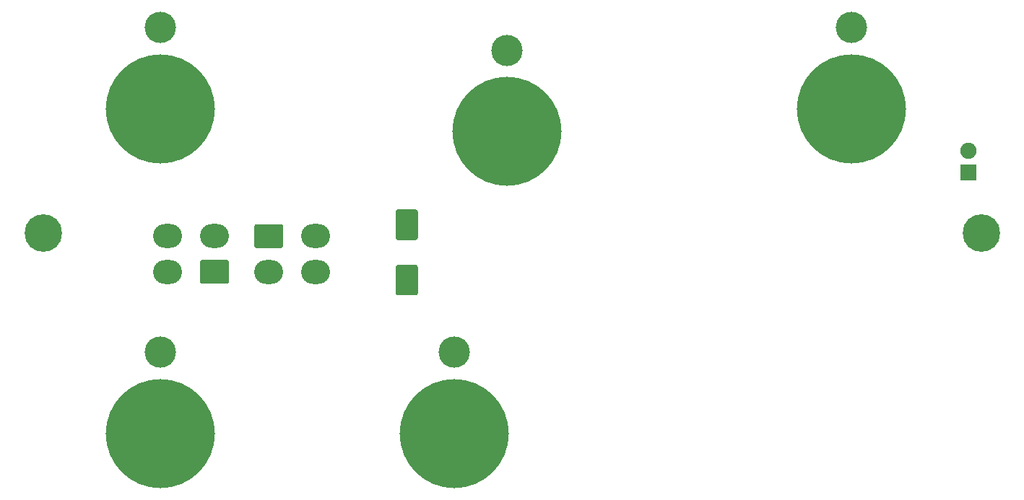
<source format=gbr>
G04 #@! TF.GenerationSoftware,KiCad,Pcbnew,(5.1.6)-1*
G04 #@! TF.CreationDate,2021-02-10T22:01:06+11:00*
G04 #@! TF.ProjectId,SIM CNTL Panel PCB V2,53494d20-434e-4544-9c20-50616e656c20,rev?*
G04 #@! TF.SameCoordinates,Original*
G04 #@! TF.FileFunction,Soldermask,Bot*
G04 #@! TF.FilePolarity,Negative*
%FSLAX46Y46*%
G04 Gerber Fmt 4.6, Leading zero omitted, Abs format (unit mm)*
G04 Created by KiCad (PCBNEW (5.1.6)-1) date 2021-02-10 22:01:06*
%MOMM*%
%LPD*%
G01*
G04 APERTURE LIST*
%ADD10C,1.900000*%
%ADD11R,1.900000X1.900000*%
%ADD12C,4.400000*%
%ADD13C,12.800000*%
%ADD14C,3.672000*%
%ADD15O,3.400000X2.800000*%
G04 APERTURE END LIST*
D10*
G04 #@! TO.C,D1*
X204725000Y-73625000D03*
D11*
X204725000Y-76165000D03*
G04 #@! TD*
D12*
G04 #@! TO.C,7*
X96280995Y-83275097D03*
G04 #@! TD*
G04 #@! TO.C,6*
X206262994Y-83275097D03*
G04 #@! TD*
D13*
G04 #@! TO.C,5*
X144436009Y-106770097D03*
X144436009Y-106770097D03*
D14*
X144436009Y-97245097D03*
G04 #@! TD*
D13*
G04 #@! TO.C,4*
X109996995Y-106770097D03*
X109996995Y-106770097D03*
D14*
X109996995Y-97245097D03*
G04 #@! TD*
D13*
G04 #@! TO.C,3*
X191022995Y-68670097D03*
X191022995Y-68670097D03*
D14*
X191022995Y-59145097D03*
G04 #@! TD*
D13*
G04 #@! TO.C,2*
X150636995Y-71337097D03*
X150636995Y-71337097D03*
D14*
X150636995Y-61812097D03*
G04 #@! TD*
D13*
G04 #@! TO.C,1*
X109996995Y-68670097D03*
X109996995Y-68670097D03*
D14*
X109996995Y-59145097D03*
G04 #@! TD*
D15*
G04 #@! TO.C,J2*
X128225000Y-87809200D03*
X128225000Y-83609200D03*
X122725000Y-87809200D03*
G36*
G01*
X121284260Y-82209200D02*
X124165740Y-82209200D01*
G75*
G02*
X124425000Y-82468460I0J-259260D01*
G01*
X124425000Y-84749940D01*
G75*
G02*
X124165740Y-85009200I-259260J0D01*
G01*
X121284260Y-85009200D01*
G75*
G02*
X121025000Y-84749940I0J259260D01*
G01*
X121025000Y-82468460D01*
G75*
G02*
X121284260Y-82209200I259260J0D01*
G01*
G37*
G04 #@! TD*
G04 #@! TO.C,J1*
X110865000Y-83592600D03*
X110865000Y-87792600D03*
X116365000Y-83592600D03*
G36*
G01*
X117805740Y-89192600D02*
X114924260Y-89192600D01*
G75*
G02*
X114665000Y-88933340I0J259260D01*
G01*
X114665000Y-86651860D01*
G75*
G02*
X114924260Y-86392600I259260J0D01*
G01*
X117805740Y-86392600D01*
G75*
G02*
X118065000Y-86651860I0J-259260D01*
G01*
X118065000Y-88933340D01*
G75*
G02*
X117805740Y-89192600I-259260J0D01*
G01*
G37*
G04 #@! TD*
G04 #@! TO.C,C1*
G36*
G01*
X139950000Y-84062800D02*
X137870000Y-84062800D01*
G75*
G02*
X137610000Y-83802800I0J260000D01*
G01*
X137610000Y-80722800D01*
G75*
G02*
X137870000Y-80462800I260000J0D01*
G01*
X139950000Y-80462800D01*
G75*
G02*
X140210000Y-80722800I0J-260000D01*
G01*
X140210000Y-83802800D01*
G75*
G02*
X139950000Y-84062800I-260000J0D01*
G01*
G37*
G36*
G01*
X139950000Y-90562800D02*
X137870000Y-90562800D01*
G75*
G02*
X137610000Y-90302800I0J260000D01*
G01*
X137610000Y-87222800D01*
G75*
G02*
X137870000Y-86962800I260000J0D01*
G01*
X139950000Y-86962800D01*
G75*
G02*
X140210000Y-87222800I0J-260000D01*
G01*
X140210000Y-90302800D01*
G75*
G02*
X139950000Y-90562800I-260000J0D01*
G01*
G37*
G04 #@! TD*
M02*

</source>
